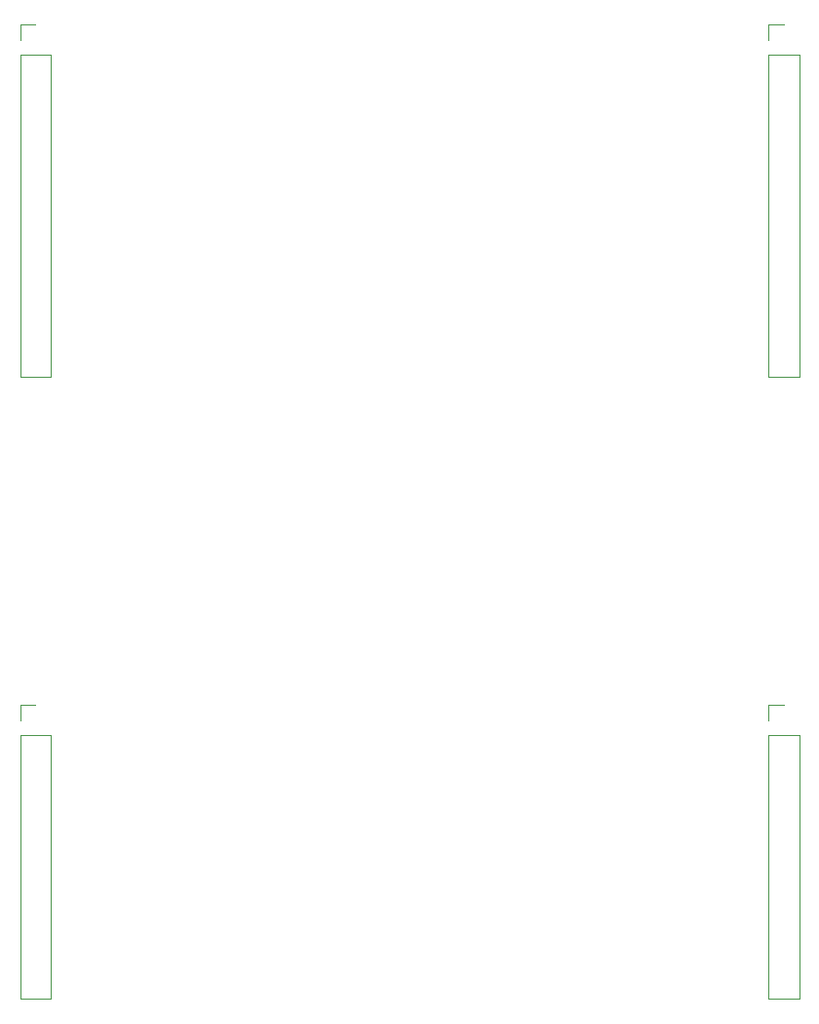
<source format=gbr>
%TF.GenerationSoftware,KiCad,Pcbnew,8.0.1*%
%TF.CreationDate,2024-04-24T14:52:54+01:00*%
%TF.ProjectId,Kishoof_Components,4b697368-6f6f-4665-9f43-6f6d706f6e65,rev?*%
%TF.SameCoordinates,Original*%
%TF.FileFunction,Legend,Top*%
%TF.FilePolarity,Positive*%
%FSLAX46Y46*%
G04 Gerber Fmt 4.6, Leading zero omitted, Abs format (unit mm)*
G04 Created by KiCad (PCBNEW 8.0.1) date 2024-04-24 14:52:54*
%MOMM*%
%LPD*%
G01*
G04 APERTURE LIST*
%ADD10C,0.120000*%
G04 APERTURE END LIST*
D10*
%TO.C,J2*%
X121670000Y-43670000D02*
X123000000Y-43670000D01*
X121670000Y-45000000D02*
X121670000Y-43670000D01*
X121670000Y-46270000D02*
X121670000Y-74270000D01*
X121670000Y-46270000D02*
X124330000Y-46270000D01*
X121670000Y-74270000D02*
X124330000Y-74270000D01*
X124330000Y-46270000D02*
X124330000Y-74270000D01*
%TO.C,J4*%
X121670000Y-102670000D02*
X123000000Y-102670000D01*
X121670000Y-104000000D02*
X121670000Y-102670000D01*
X121670000Y-105270000D02*
X121670000Y-128190000D01*
X121670000Y-105270000D02*
X124330000Y-105270000D01*
X121670000Y-128190000D02*
X124330000Y-128190000D01*
X124330000Y-105270000D02*
X124330000Y-128190000D01*
%TO.C,J1*%
X56670000Y-43670000D02*
X58000000Y-43670000D01*
X56670000Y-45000000D02*
X56670000Y-43670000D01*
X56670000Y-46270000D02*
X56670000Y-74270000D01*
X56670000Y-46270000D02*
X59330000Y-46270000D01*
X56670000Y-74270000D02*
X59330000Y-74270000D01*
X59330000Y-46270000D02*
X59330000Y-74270000D01*
%TO.C,J3*%
X56670000Y-102670000D02*
X58000000Y-102670000D01*
X56670000Y-104000000D02*
X56670000Y-102670000D01*
X56670000Y-105270000D02*
X56670000Y-128190000D01*
X56670000Y-105270000D02*
X59330000Y-105270000D01*
X56670000Y-128190000D02*
X59330000Y-128190000D01*
X59330000Y-105270000D02*
X59330000Y-128190000D01*
%TD*%
M02*

</source>
